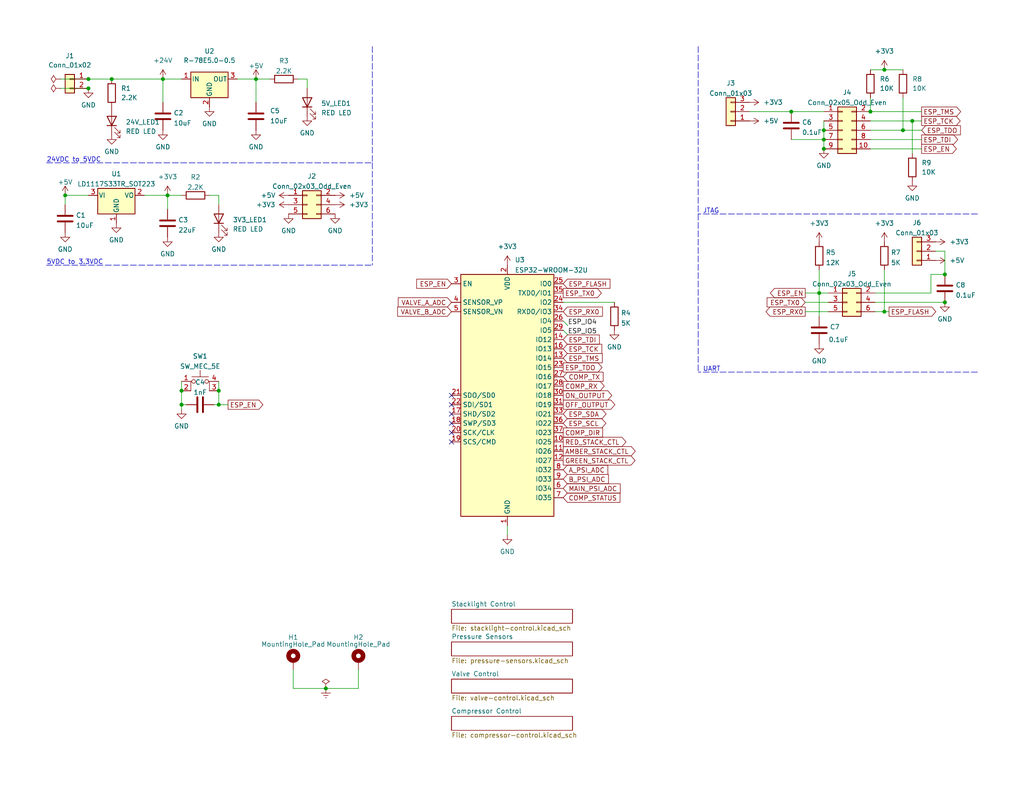
<source format=kicad_sch>
(kicad_sch (version 20211123) (generator eeschema)
  (paper "A")
  (title_block (title "ESPHome Air Compressor Controller Board") (date "2022-10-17") (rev "1") (company "i3Detroit"))
  (lib_symbols
    (symbol "Connector_Generic:Conn_01x02" (pin_names (offset 1.016) hide)
      (property "Reference" "J" (at 0 2.54 0))
      (property "Value" "Conn_01x02" (at 0 -5.08 0))
      (symbol "Conn_01x02_1_1"
        (rectangle (start -1.27 -2.413) (end 0 -2.667) (stroke (width 0.1524)))
        (rectangle (start -1.27 0.127) (end 0 -0.127) (stroke (width 0.1524)))
        (rectangle (start -1.27 1.27) (end 1.27 -3.81) (stroke (width 0.254)) (fill (type background)))
        (pin passive line (at -5.08 0 0) (length 3.81) (name "Pin_1") (number "1"))
        (pin passive line (at -5.08 -2.54 0) (length 3.81) (name "Pin_2") (number "2"))
      )
    )
    (symbol "Connector_Generic:Conn_01x03" (pin_names (offset 1.016) hide)
      (property "Reference" "J" (at 0 5.08 0))
      (property "Value" "Conn_01x03" (at 0 -5.08 0))
      (symbol "Conn_01x03_1_1"
        (rectangle (start -1.27 -2.413) (end 0 -2.667) (stroke (width 0.1524)))
        (rectangle (start -1.27 0.127) (end 0 -0.127) (stroke (width 0.1524)))
        (rectangle (start -1.27 2.667) (end 0 2.413) (stroke (width 0.1524)))
        (rectangle (start -1.27 3.81) (end 1.27 -3.81) (stroke (width 0.254)) (fill (type background)))
        (pin passive line (at -5.08 2.54 0) (length 3.81) (name "Pin_1") (number "1"))
        (pin passive line (at -5.08 0 0) (length 3.81) (name "Pin_2") (number "2"))
        (pin passive line (at -5.08 -2.54 0) (length 3.81) (name "Pin_3") (number "3"))
      )
    )
    (symbol "Connector_Generic:Conn_02x03_Odd_Even" (pin_names (offset 1.016) hide)
      (property "Reference" "J" (at 1.27 5.08 0))
      (property "Value" "Conn_02x03_Odd_Even" (at 1.27 -5.08 0))
      (symbol "Conn_02x03_Odd_Even_1_1"
        (rectangle (start -1.27 -2.413) (end 0 -2.667) (stroke (width 0.1524)))
        (rectangle (start -1.27 0.127) (end 0 -0.127) (stroke (width 0.1524)))
        (rectangle (start -1.27 2.667) (end 0 2.413) (stroke (width 0.1524)))
        (rectangle (start -1.27 3.81) (end 3.81 -3.81) (stroke (width 0.254)) (fill (type background)))
        (rectangle (start 3.81 -2.413) (end 2.54 -2.667) (stroke (width 0.1524)))
        (rectangle (start 3.81 0.127) (end 2.54 -0.127) (stroke (width 0.1524)))
        (rectangle (start 3.81 2.667) (end 2.54 2.413) (stroke (width 0.1524)))
        (pin passive line (at -5.08 2.54 0) (length 3.81) (name "Pin_1") (number "1"))
        (pin passive line (at 7.62 2.54 180) (length 3.81) (name "Pin_2") (number "2"))
        (pin passive line (at -5.08 0 0) (length 3.81) (name "Pin_3") (number "3"))
        (pin passive line (at 7.62 0 180) (length 3.81) (name "Pin_4") (number "4"))
        (pin passive line (at -5.08 -2.54 0) (length 3.81) (name "Pin_5") (number "5"))
        (pin passive line (at 7.62 -2.54 180) (length 3.81) (name "Pin_6") (number "6"))
      )
    )
    (symbol "Connector_Generic:Conn_02x05_Odd_Even" (pin_names (offset 1.016) hide)
      (property "Reference" "J" (at 1.27 7.62 0))
      (property "Value" "Conn_02x05_Odd_Even" (at 1.27 -7.62 0))
      (symbol "Conn_02x05_Odd_Even_1_1"
        (rectangle (start -1.27 -4.953) (end 0 -5.207) (stroke (width 0.1524)))
        (rectangle (start -1.27 -2.413) (end 0 -2.667) (stroke (width 0.1524)))
        (rectangle (start -1.27 0.127) (end 0 -0.127) (stroke (width 0.1524)))
        (rectangle (start -1.27 2.667) (end 0 2.413) (stroke (width 0.1524)))
        (rectangle (start -1.27 5.207) (end 0 4.953) (stroke (width 0.1524)))
        (rectangle (start -1.27 6.35) (end 3.81 -6.35) (stroke (width 0.254)) (fill (type background)))
        (rectangle (start 3.81 -4.953) (end 2.54 -5.207) (stroke (width 0.1524)))
        (rectangle (start 3.81 -2.413) (end 2.54 -2.667) (stroke (width 0.1524)))
        (rectangle (start 3.81 0.127) (end 2.54 -0.127) (stroke (width 0.1524)))
        (rectangle (start 3.81 2.667) (end 2.54 2.413) (stroke (width 0.1524)))
        (rectangle (start 3.81 5.207) (end 2.54 4.953) (stroke (width 0.1524)))
        (pin passive line (at -5.08 5.08 0) (length 3.81) (name "Pin_1") (number "1"))
        (pin passive line (at 7.62 -5.08 180) (length 3.81) (name "Pin_10") (number "10"))
        (pin passive line (at 7.62 5.08 180) (length 3.81) (name "Pin_2") (number "2"))
        (pin passive line (at -5.08 2.54 0) (length 3.81) (name "Pin_3") (number "3"))
        (pin passive line (at 7.62 2.54 180) (length 3.81) (name "Pin_4") (number "4"))
        (pin passive line (at -5.08 0 0) (length 3.81) (name "Pin_5") (number "5"))
        (pin passive line (at 7.62 0 180) (length 3.81) (name "Pin_6") (number "6"))
        (pin passive line (at -5.08 -2.54 0) (length 3.81) (name "Pin_7") (number "7"))
        (pin passive line (at 7.62 -2.54 180) (length 3.81) (name "Pin_8") (number "8"))
        (pin passive line (at -5.08 -5.08 0) (length 3.81) (name "Pin_9") (number "9"))
      )
    )
    (symbol "Device:C" (pin_numbers hide) (pin_names (offset 0.254))
      (property "Reference" "C" (at 0.635 2.54 0))
      (property "Value" "C" (at 0.635 -2.54 0))
      (symbol "C_0_1"
        (polyline (pts (xy -2.032 -0.762) (xy 2.032 -0.762)) (stroke (width 0.508)))
        (polyline (pts (xy -2.032 0.762) (xy 2.032 0.762)) (stroke (width 0.508)))
      )
      (symbol "C_1_1"
        (pin passive line (at 0 3.81 270) (length 2.794) (name "~") (number "1"))
        (pin passive line (at 0 -3.81 90) (length 2.794) (name "~") (number "2"))
      )
    )
    (symbol "Device:LED" (pin_numbers hide) (pin_names (offset 1.016) hide)
      (property "Reference" "D" (at 0 2.54 0))
      (property "Value" "LED" (at 0 -2.54 0))
      (symbol "LED_0_1"
        (polyline (pts (xy -1.27 -1.27) (xy -1.27 1.27)) (stroke (width 0.254)))
        (polyline (pts (xy -1.27 0) (xy 1.27 0)))
        (polyline (pts (xy 1.27 -1.27) (xy 1.27 1.27) (xy -1.27 0) (xy 1.27 -1.27)) (stroke (width 0.254)))
        (polyline (pts (xy -3.048 -0.762) (xy -4.572 -2.286) (xy -3.81 -2.286) (xy -4.572 -2.286) (xy -4.572 -1.524)))
        (polyline (pts (xy -1.778 -0.762) (xy -3.302 -2.286) (xy -2.54 -2.286) (xy -3.302 -2.286) (xy -3.302 -1.524)))
      )
      (symbol "LED_1_1"
        (pin passive line (at -3.81 0 0) (length 2.54) (name "K") (number "1"))
        (pin passive line (at 3.81 0 180) (length 2.54) (name "A") (number "2"))
      )
    )
    (symbol "Device:R" (pin_numbers hide) (pin_names (offset 0))
      (property "Reference" "R" (at 2.032 0 90))
      (property "Value" "R" (at 0 0 90))
      (symbol "R_0_1"
        (rectangle (start -1.016 -2.54) (end 1.016 2.54) (stroke (width 0.254)))
      )
      (symbol "R_1_1"
        (pin passive line (at 0 3.81 270) (length 1.27) (name "~") (number "1"))
        (pin passive line (at 0 -3.81 90) (length 1.27) (name "~") (number "2"))
      )
    )
    (symbol "Mechanical:MountingHole_Pad" (pin_numbers hide) (pin_names (offset 1.016) hide)
      (property "Reference" "H" (at 0 6.35 0))
      (property "Value" "MountingHole_Pad" (at 0 4.445 0))
      (symbol "MountingHole_Pad_0_1"
        (circle (center 0 1.27) (radius 1.27) (stroke (width 1.27)))
      )
      (symbol "MountingHole_Pad_1_1"
        (pin input line (at 0 -2.54 90) (length 2.54) (name "1") (number "1"))
      )
    )
    (symbol "RF_Module:ESP32-WROOM-32U"
      (property "Reference" "U" (at -12.7 34.29 0))
      (property "Value" "ESP32-WROOM-32U" (at 1.27 34.29 0))
      (symbol "ESP32-WROOM-32U_0_1"
        (rectangle (start -12.7 33.02) (end 12.7 -33.02) (stroke (width 0.254)) (fill (type background)))
      )
      (symbol "ESP32-WROOM-32U_1_1"
        (pin power_in line (at 0 -35.56 90) (length 2.54) (name "GND") (number "1"))
        (pin bidirectional line (at 15.24 -12.7 180) (length 2.54) (name "IO25") (number "10"))
        (pin bidirectional line (at 15.24 -15.24 180) (length 2.54) (name "IO26") (number "11"))
        (pin bidirectional line (at 15.24 -17.78 180) (length 2.54) (name "IO27") (number "12"))
        (pin bidirectional line (at 15.24 10.16 180) (length 2.54) (name "IO14") (number "13"))
        (pin bidirectional line (at 15.24 15.24 180) (length 2.54) (name "IO12") (number "14"))
        (pin passive line (at 0 -35.56 90) (length 2.54) hide (name "GND") (number "15"))
        (pin bidirectional line (at 15.24 12.7 180) (length 2.54) (name "IO13") (number "16"))
        (pin bidirectional line (at -15.24 -5.08 0) (length 2.54) (name "SHD/SD2") (number "17"))
        (pin bidirectional line (at -15.24 -7.62 0) (length 2.54) (name "SWP/SD3") (number "18"))
        (pin bidirectional line (at -15.24 -12.7 0) (length 2.54) (name "SCS/CMD") (number "19"))
        (pin power_in line (at 0 35.56 270) (length 2.54) (name "VDD") (number "2"))
        (pin bidirectional line (at -15.24 -10.16 0) (length 2.54) (name "SCK/CLK") (number "20"))
        (pin bidirectional line (at -15.24 0 0) (length 2.54) (name "SDO/SD0") (number "21"))
        (pin bidirectional line (at -15.24 -2.54 0) (length 2.54) (name "SDI/SD1") (number "22"))
        (pin bidirectional line (at 15.24 7.62 180) (length 2.54) (name "IO15") (number "23"))
        (pin bidirectional line (at 15.24 25.4 180) (length 2.54) (name "IO2") (number "24"))
        (pin bidirectional line (at 15.24 30.48 180) (length 2.54) (name "IO0") (number "25"))
        (pin bidirectional line (at 15.24 20.32 180) (length 2.54) (name "IO4") (number "26"))
        (pin bidirectional line (at 15.24 5.08 180) (length 2.54) (name "IO16") (number "27"))
        (pin bidirectional line (at 15.24 2.54 180) (length 2.54) (name "IO17") (number "28"))
        (pin bidirectional line (at 15.24 17.78 180) (length 2.54) (name "IO5") (number "29"))
        (pin input line (at -15.24 30.48 0) (length 2.54) (name "EN") (number "3"))
        (pin bidirectional line (at 15.24 0 180) (length 2.54) (name "IO18") (number "30"))
        (pin bidirectional line (at 15.24 -2.54 180) (length 2.54) (name "IO19") (number "31"))
        (pin no_connect line (at -12.7 -27.94 0) (length 2.54) hide (name "NC") (number "32"))
        (pin bidirectional line (at 15.24 -5.08 180) (length 2.54) (name "IO21") (number "33"))
        (pin bidirectional line (at 15.24 22.86 180) (length 2.54) (name "RXD0/IO3") (number "34"))
        (pin bidirectional line (at 15.24 27.94 180) (length 2.54) (name "TXD0/IO1") (number "35"))
        (pin bidirectional line (at 15.24 -7.62 180) (length 2.54) (name "IO22") (number "36"))
        (pin bidirectional line (at 15.24 -10.16 180) (length 2.54) (name "IO23") (number "37"))
        (pin passive line (at 0 -35.56 90) (length 2.54) hide (name "GND") (number "38"))
        (pin passive line (at 0 -35.56 90) (length 2.54) hide (name "GND") (number "39"))
        (pin input line (at -15.24 25.4 0) (length 2.54) (name "SENSOR_VP") (number "4"))
        (pin input line (at -15.24 22.86 0) (length 2.54) (name "SENSOR_VN") (number "5"))
        (pin input line (at 15.24 -25.4 180) (length 2.54) (name "IO34") (number "6"))
        (pin input line (at 15.24 -27.94 180) (length 2.54) (name "IO35") (number "7"))
        (pin bidirectional line (at 15.24 -20.32 180) (length 2.54) (name "IO32") (number "8"))
        (pin bidirectional line (at 15.24 -22.86 180) (length 2.54) (name "IO33") (number "9"))
      )
    )
    (symbol "Regulator_Linear:LD1117S33TR_SOT223" (pin_names (offset 0.254))
      (property "Reference" "U" (at -3.81 3.175 0))
      (property "Value" "LD1117S33TR_SOT223" (at 0 3.175 0))
      (symbol "LD1117S33TR_SOT223_0_1"
        (rectangle (start -5.08 -5.08) (end 5.08 1.905) (stroke (width 0.254)) (fill (type background)))
      )
      (symbol "LD1117S33TR_SOT223_1_1"
        (pin power_in line (at 0 -7.62 90) (length 2.54) (name "GND") (number "1"))
        (pin power_out line (at 7.62 0 180) (length 2.54) (name "VO") (number "2"))
        (pin power_in line (at -7.62 0 0) (length 2.54) (name "VI") (number "3"))
      )
    )
    (symbol "Regulator_Switching:R-78E5.0-0.5" (pin_names (offset 0.254))
      (property "Reference" "U" (at -3.81 3.175 0))
      (property "Value" "R-78E5.0-0.5" (at 0 3.175 0))
      (symbol "R-78E5.0-0.5_0_1"
        (rectangle (start -5.08 1.905) (end 5.08 -5.08) (stroke (width 0.254)) (fill (type background)))
      )
      (symbol "R-78E5.0-0.5_1_1"
        (pin power_in line (at -7.62 0 0) (length 2.54) (name "IN") (number "1"))
        (pin power_in line (at 0 -7.62 90) (length 2.54) (name "GND") (number "2"))
        (pin power_out line (at 7.62 0 180) (length 2.54) (name "OUT") (number "3"))
      )
    )
    (symbol "Switch:SW_MEC_5E" (pin_names (offset 1.016) hide)
      (property "Reference" "SW" (at 0.635 5.715 0))
      (property "Value" "SW_MEC_5E" (at 0 -3.175 0))
      (symbol "SW_MEC_5E_0_1"
        (circle (center -1.778 2.54) (radius 0.508))
        (polyline (pts (xy -2.286 3.81) (xy 2.286 3.81)))
        (polyline (pts (xy 0 3.81) (xy 0 5.588)))
        (polyline (pts (xy -2.54 0) (xy -2.54 2.54) (xy -2.286 2.54)))
        (polyline (pts (xy 2.54 0) (xy 2.54 2.54) (xy 2.286 2.54)))
        (circle (center 1.778 2.54) (radius 0.508))
        (pin passive line (at -5.08 2.54 0) (length 2.54) (name "1") (number "1"))
        (pin passive line (at -5.08 0 0) (length 2.54) (name "2") (number "2"))
        (pin passive line (at 5.08 0 180) (length 2.54) (name "K") (number "3"))
        (pin passive line (at 5.08 2.54 180) (length 2.54) (name "A") (number "4"))
      )
    )
    (symbol "power:+24V" (power) (pin_names (offset 0))
      (property "Value" "+24V" (at 0 3.556 0))
      (symbol "+24V_0_1"
        (polyline (pts (xy -0.762 1.27) (xy 0 2.54)))
        (polyline (pts (xy 0 0) (xy 0 2.54)))
        (polyline (pts (xy 0 2.54) (xy 0.762 1.27)))
      )
      (symbol "+24V_1_1"
        (pin power_in line (at 0 0 90) (length 0) hide (name "+24V") (number "1"))
      )
    )
    (symbol "power:+3V3" (power) (pin_names (offset 0))
      (property "Value" "+3V3" (at 0 3.556 0))
      (symbol "+3V3_0_1"
        (polyline (pts (xy -0.762 1.27) (xy 0 2.54)))
        (polyline (pts (xy 0 0) (xy 0 2.54)))
        (polyline (pts (xy 0 2.54) (xy 0.762 1.27)))
      )
      (symbol "+3V3_1_1"
        (pin power_in line (at 0 0 90) (length 0) hide (name "+3V3") (number "1"))
      )
    )
    (symbol "power:+5V" (power) (pin_names (offset 0))
      (property "Value" "+5V" (at 0 3.556 0))
      (symbol "+5V_0_1"
        (polyline (pts (xy -0.762 1.27) (xy 0 2.54)))
        (polyline (pts (xy 0 0) (xy 0 2.54)))
        (polyline (pts (xy 0 2.54) (xy 0.762 1.27)))
      )
      (symbol "+5V_1_1"
        (pin power_in line (at 0 0 90) (length 0) hide (name "+5V") (number "1"))
      )
    )
    (symbol "power:Earth" (power) (pin_names (offset 0))
      (symbol "Earth_0_1"
        (polyline (pts (xy -0.635 -1.905) (xy 0.635 -1.905)))
        (polyline (pts (xy -0.127 -2.54) (xy 0.127 -2.54)))
        (polyline (pts (xy 0 -1.27) (xy 0 0)))
        (polyline (pts (xy 1.27 -1.27) (xy -1.27 -1.27)))
      )
      (symbol "Earth_1_1"
        (pin power_in line (at 0 0 270) (length 0) hide (name "Earth") (number "1"))
      )
    )
    (symbol "power:GND" (power) (pin_names (offset 0))
      (property "Value" "GND" (at 0 -3.81 0))
      (symbol "GND_0_1"
        (polyline (pts (xy 0 0) (xy 0 -1.27) (xy 1.27 -1.27) (xy 0 -2.54) (xy -1.27 -1.27) (xy 0 -1.27)))
      )
      (symbol "GND_1_1"
        (pin power_in line (at 0 0 270) (length 0) hide (name "GND") (number "1"))
      )
    )
    (symbol "power:PWR_FLAG" (power) (pin_numbers hide) (pin_names (offset 0) hide)
      (property "Value" "PWR_FLAG" (at 0 3.81 0))
      (symbol "PWR_FLAG_0_0"
        (pin power_out line (at 0 0 90) (length 0) (name "pwr") (number "1"))
      )
      (symbol "PWR_FLAG_0_1"
        (polyline (pts (xy 0 0) (xy 0 1.27) (xy -1.016 1.905) (xy 0 2.54) (xy 1.016 1.905) (xy 0 1.27)))
      )
    )
  )
  (junction (at 59.69 106.68))
  (junction (at 88.9 187.96))
  (junction (at 215.9 30.48))
  (junction (at 248.92 33.02))
  (junction (at 44.45 21.59))
  (junction (at 224.79 35.56))
  (junction (at 45.72 53.34))
  (junction (at 59.69 110.49))
  (junction (at 224.79 38.1))
  (junction (at 246.38 35.56))
  (junction (at 224.79 40.64))
  (junction (at 24.13 21.59))
  (junction (at 24.13 24.13))
  (junction (at 69.85 21.59))
  (junction (at 49.53 110.49))
  (junction (at 257.81 74.93))
  (junction (at 30.48 21.59))
  (junction (at 237.49 30.48))
  (junction (at 223.52 80.01))
  (junction (at 49.53 106.68))
  (junction (at 241.3 85.09))
  (junction (at 241.3 19.05))
  (junction (at 17.78 53.34))
  (junction (at 257.81 82.55))
  (no_connect (at 123.19 113.03))
  (no_connect (at 123.19 118.11))
  (no_connect (at 123.19 120.65))
  (no_connect (at 123.19 115.57))
  (no_connect (at 123.19 110.49))
  (no_connect (at 123.19 107.95))
  (wire (pts (xy 241.3 19.05) (xy 246.38 19.05)))
  (wire (pts (xy 88.9 187.96) (xy 97.79 187.96)))
  (wire (pts (xy 154.94 91.44) (xy 153.67 90.17)))
  (polyline (pts (xy 190.5 12.7) (xy 190.5 58.42)))
  (wire (pts (xy 49.53 110.49) (xy 50.8 110.49)))
  (wire (pts (xy 219.71 80.01) (xy 223.52 80.01)))
  (wire (pts (xy 58.42 110.49) (xy 59.69 110.49)))
  (wire (pts (xy 17.78 53.34) (xy 17.78 55.88)))
  (wire (pts (xy 24.13 21.59) (xy 30.48 21.59)))
  (wire (pts (xy 219.71 85.09) (xy 226.06 85.09)))
  (wire (pts (xy 49.53 110.49) (xy 49.53 111.76)))
  (polyline (pts (xy 12.7 44.45) (xy 101.6 44.45)))
  (wire (pts (xy 138.43 143.51) (xy 138.43 146.05)))
  (wire (pts (xy 69.85 21.59) (xy 64.77 21.59)))
  (wire (pts (xy 248.92 41.91) (xy 248.92 33.02)))
  (wire (pts (xy 30.48 21.59) (xy 44.45 21.59)))
  (wire (pts (xy 238.76 82.55) (xy 257.81 82.55)))
  (wire (pts (xy 24.13 53.34) (xy 17.78 53.34)))
  (wire (pts (xy 237.49 30.48) (xy 237.49 26.67)))
  (wire (pts (xy 83.82 24.13) (xy 83.82 21.59)))
  (wire (pts (xy 241.3 73.66) (xy 241.3 85.09)))
  (wire (pts (xy 248.92 33.02) (xy 251.46 33.02)))
  (wire (pts (xy 238.76 80.01) (xy 254 80.01)))
  (wire (pts (xy 223.52 86.36) (xy 223.52 80.01)))
  (wire (pts (xy 49.53 104.14) (xy 49.53 106.68)))
  (wire (pts (xy 224.79 38.1) (xy 224.79 40.64)))
  (wire (pts (xy 59.69 53.34) (xy 57.15 53.34)))
  (wire (pts (xy 59.69 104.14) (xy 59.69 106.68)))
  (wire (pts (xy 237.49 38.1) (xy 251.46 38.1)))
  (wire (pts (xy 73.66 21.59) (xy 69.85 21.59)))
  (wire (pts (xy 69.85 27.94) (xy 69.85 21.59)))
  (wire (pts (xy 246.38 35.56) (xy 246.38 26.67)))
  (wire (pts (xy 237.49 30.48) (xy 251.46 30.48)))
  (polyline (pts (xy 190.5 58.42) (xy 190.5 101.6)))
  (wire (pts (xy 224.79 33.02) (xy 224.79 35.56)))
  (wire (pts (xy 215.9 30.48) (xy 224.79 30.48)))
  (wire (pts (xy 49.53 53.34) (xy 45.72 53.34)))
  (wire (pts (xy 219.71 82.55) (xy 226.06 82.55)))
  (wire (pts (xy 49.53 106.68) (xy 49.53 110.49)))
  (polyline (pts (xy 266.7 58.42) (xy 190.5 58.42)))
  (wire (pts (xy 154.94 88.9) (xy 153.67 87.63)))
  (wire (pts (xy 251.46 40.64) (xy 237.49 40.64)))
  (wire (pts (xy 59.69 110.49) (xy 59.69 106.68)))
  (polyline (pts (xy 101.6 12.7) (xy 101.6 44.45)))
  (wire (pts (xy 97.79 182.88) (xy 97.79 187.96)))
  (wire (pts (xy 44.45 21.59) (xy 49.53 21.59)))
  (polyline (pts (xy 101.6 44.45) (xy 101.6 72.39)))
  (wire (pts (xy 254 80.01) (xy 254 74.93)))
  (wire (pts (xy 83.82 21.59) (xy 81.28 21.59)))
  (wire (pts (xy 153.67 82.55) (xy 167.64 82.55)))
  (wire (pts (xy 16.51 21.59) (xy 24.13 21.59)))
  (wire (pts (xy 215.9 38.1) (xy 224.79 38.1)))
  (wire (pts (xy 204.47 30.48) (xy 215.9 30.48)))
  (wire (pts (xy 223.52 80.01) (xy 226.06 80.01)))
  (wire (pts (xy 246.38 35.56) (xy 251.46 35.56)))
  (wire (pts (xy 254 74.93) (xy 257.81 74.93)))
  (polyline (pts (xy 12.7 72.39) (xy 101.6 72.39)))
  (wire (pts (xy 241.3 85.09) (xy 242.57 85.09)))
  (wire (pts (xy 44.45 27.94) (xy 44.45 21.59)))
  (wire (pts (xy 224.79 35.56) (xy 224.79 38.1)))
  (wire (pts (xy 88.9 187.96) (xy 80.01 187.96)))
  (wire (pts (xy 223.52 73.66) (xy 223.52 80.01)))
  (wire (pts (xy 257.81 68.58) (xy 257.81 74.93)))
  (wire (pts (xy 80.01 187.96) (xy 80.01 182.88)))
  (wire (pts (xy 59.69 110.49) (xy 62.23 110.49)))
  (wire (pts (xy 39.37 53.34) (xy 45.72 53.34)))
  (wire (pts (xy 241.3 85.09) (xy 238.76 85.09)))
  (wire (pts (xy 59.69 55.88) (xy 59.69 53.34)))
  (polyline (pts (xy 266.7 101.6) (xy 190.5 101.6)))
  (wire (pts (xy 237.49 33.02) (xy 248.92 33.02)))
  (wire (pts (xy 16.51 24.13) (xy 24.13 24.13)))
  (wire (pts (xy 237.49 19.05) (xy 241.3 19.05)))
  (wire (pts (xy 237.49 35.56) (xy 246.38 35.56)))
  (wire (pts (xy 45.72 53.34) (xy 45.72 57.15)))
  (wire (pts (xy 255.27 68.58) (xy 257.81 68.58)))
  (text "JTAG" (at 191.77 58.42 0) (effects (font (size 1.27 1.27)) (justify left bottom)))
  (text "UART" (at 191.77 101.6 0) (effects (font (size 1.27 1.27)) (justify left bottom)))
  (text "24VDC to 5VDC" (at 12.7 44.45 0) (effects (font (size 1.27 1.27)) (justify left bottom)))
  (text "5VDC to 3.3VDC" (at 12.7 72.39 0) (effects (font (size 1.27 1.27)) (justify left bottom)))
  (label "ESP_IO5" (at 154.94 91.44 0))
  (label "ESP_IO4" (at 154.94 88.9 0))
  (global_label "ESP_TX0" (shape output) (at 153.67 80.01 0) (property "Intersheet References" "${INTERSHEET_REFS}" (at 164.066 79.9306 0) (effects (justify left))))
  (global_label "ON_OUTPUT" (shape output) (at 153.67 107.95 0) (property "Intersheet References" "${INTERSHEET_REFS}" (at 166.9083 107.8706 0) (effects (justify left))))
  (global_label "ESP_TDI" (shape output) (at 251.46 38.1 0) (property "Intersheet References" "${INTERSHEET_REFS}" (at 261.3117 38.0206 0) (effects (justify left))))
  (global_label "ESP_TDI" (shape input) (at 153.67 92.71 0) (property "Intersheet References" "${INTERSHEET_REFS}" (at 163.5217 92.6306 0) (effects (justify left))))
  (global_label "ESP_EN" (shape output) (at 219.71 80.01 180) (property "Intersheet References" "${INTERSHEET_REFS}" (at 210.2212 80.0894 0) (effects (justify right))))
  (global_label "ESP_FLASH" (shape input) (at 153.67 77.47 0) (property "Intersheet References" "${INTERSHEET_REFS}" (at 166.4245 77.3906 0) (effects (justify left))))
  (global_label "ESP_TCK" (shape input) (at 153.67 95.25 0) (property "Intersheet References" "${INTERSHEET_REFS}" (at 164.1869 95.1706 0) (effects (justify left))))
  (global_label "RED_STACK_CTL" (shape output) (at 153.67 120.65 0) (property "Intersheet References" "${INTERSHEET_REFS}" (at 170.7788 120.5706 0) (effects (justify left))))
  (global_label "VALVE_B_ADC" (shape input) (at 123.19 85.09 180) (property "Intersheet References" "${INTERSHEET_REFS}" (at 108.5002 85.0106 0) (effects (justify right))))
  (global_label "ESP_RX0" (shape input) (at 153.67 85.09 0) (property "Intersheet References" "${INTERSHEET_REFS}" (at 164.3683 85.0106 0) (effects (justify left))))
  (global_label "ESP_TCK" (shape output) (at 251.46 33.02 0) (property "Intersheet References" "${INTERSHEET_REFS}" (at 261.9769 32.9406 0) (effects (justify left))))
  (global_label "B_PSI_ADC" (shape input) (at 153.67 130.81 0) (property "Intersheet References" "${INTERSHEET_REFS}" (at 166.0012 130.7306 0) (effects (justify left))))
  (global_label "COMP_STATUS" (shape input) (at 153.67 135.89 0) (property "Intersheet References" "${INTERSHEET_REFS}" (at 169.146 135.8106 0) (effects (justify left))))
  (global_label "COMP_DIR" (shape passive) (at 153.67 118.11 0) (property "Intersheet References" "${INTERSHEET_REFS}" (at 165.5174 118.0306 0) (effects (justify left))))
  (global_label "ESP_EN" (shape output) (at 251.46 40.64 0) (property "Intersheet References" "${INTERSHEET_REFS}" (at 260.9488 40.5606 0) (effects (justify left))))
  (global_label "ESP_TX0" (shape input) (at 219.71 82.55 180) (property "Intersheet References" "${INTERSHEET_REFS}" (at 209.314 82.4706 0) (effects (justify right))))
  (global_label "VALVE_A_ADC" (shape input) (at 123.19 82.55 180) (property "Intersheet References" "${INTERSHEET_REFS}" (at 108.6817 82.4706 0) (effects (justify right))))
  (global_label "ESP_SCL" (shape bidirectional) (at 153.67 115.57 0) (property "Intersheet References" "${INTERSHEET_REFS}" (at 164.1869 115.4906 0) (effects (justify left))))
  (global_label "ESP_RX0" (shape output) (at 219.71 85.09 180) (property "Intersheet References" "${INTERSHEET_REFS}" (at 209.0117 85.0106 0) (effects (justify right))))
  (global_label "A_PSI_ADC" (shape input) (at 153.67 128.27 0) (property "Intersheet References" "${INTERSHEET_REFS}" (at 165.8198 128.1906 0) (effects (justify left))))
  (global_label "MAIN_PSI_ADC" (shape input) (at 153.67 133.35 0) (property "Intersheet References" "${INTERSHEET_REFS}" (at 169.2064 133.2706 0) (effects (justify left))))
  (global_label "ESP_TDO" (shape input) (at 251.46 35.56 0) (property "Intersheet References" "${INTERSHEET_REFS}" (at 262.0374 35.4806 0) (effects (justify left))))
  (global_label "ESP_EN" (shape output) (at 62.23 110.49 0) (property "Intersheet References" "${INTERSHEET_REFS}" (at 71.7188 110.4106 0) (effects (justify left))))
  (global_label "OFF_OUTPUT" (shape output) (at 153.67 110.49 0) (property "Intersheet References" "${INTERSHEET_REFS}" (at 167.755 110.4106 0) (effects (justify left))))
  (global_label "GREEN_STACK_CTL" (shape output) (at 153.67 125.73 0) (property "Intersheet References" "${INTERSHEET_REFS}" (at 173.2583 125.6506 0) (effects (justify left))))
  (global_label "COMP_TX" (shape input) (at 153.67 102.87 0) (property "Intersheet References" "${INTERSHEET_REFS}" (at 164.5498 102.7906 0) (effects (justify left))))
  (global_label "ESP_SDA" (shape bidirectional) (at 153.67 113.03 0) (property "Intersheet References" "${INTERSHEET_REFS}" (at 164.2474 112.9506 0) (effects (justify left))))
  (global_label "ESP_TMS" (shape input) (at 153.67 97.79 0) (property "Intersheet References" "${INTERSHEET_REFS}" (at 164.3079 97.7106 0) (effects (justify left))))
  (global_label "ESP_FLASH" (shape output) (at 242.57 85.09 0) (property "Intersheet References" "${INTERSHEET_REFS}" (at 255.3245 85.0106 0) (effects (justify left))))
  (global_label "COMP_RX" (shape output) (at 153.67 105.41 0) (property "Intersheet References" "${INTERSHEET_REFS}" (at 164.8521 105.3306 0) (effects (justify left))))
  (global_label "ESP_TMS" (shape output) (at 251.46 30.48 0) (property "Intersheet References" "${INTERSHEET_REFS}" (at 262.0979 30.4006 0) (effects (justify left))))
  (global_label "AMBER_STACK_CTL" (shape output) (at 153.67 123.19 0) (property "Intersheet References" "${INTERSHEET_REFS}" (at 173.3188 123.1106 0) (effects (justify left))))
  (global_label "ESP_EN" (shape input) (at 123.19 77.47 180) (property "Intersheet References" "${INTERSHEET_REFS}" (at 113.7012 77.3906 0) (effects (justify right))))
  (global_label "ESP_TDO" (shape output) (at 153.67 100.33 0) (property "Intersheet References" "${INTERSHEET_REFS}" (at 164.2474 100.2506 0) (effects (justify left))))
  (symbol (lib_id "power:GND") (at 44.45 35.56 0) (unit 1)
    (property "Reference" "#PWR07" (effects hide))
    (property "Value" "GND" (at 44.45 40.1225 0))
  )
  (symbol (lib_id "power:PWR_FLAG") (at 88.9 187.96 0) (unit 1)
    (property "Reference" "#FLG0103" (effects hide))
    (property "Value" "PWR_FLAG" (effects hide))
  )
  (symbol (lib_id "Connector_Generic:Conn_01x03") (at 199.39 30.48 180) (unit 1)
    (property "Reference" "J3" (at 199.39 22.7035 0))
    (property "Value" "Conn_01x03" (at 199.39 25.4786 0))
    (property "Footprint" "Connector_PinHeader_2.54mm:PinHeader_1x03_P2.54mm_Vertical" (effects hide))
  )
  (symbol (lib_id "power:GND") (at 17.78 63.5 0) (unit 1)
    (property "Reference" "#PWR02" (effects hide))
    (property "Value" "GND" (at 17.78 68.0625 0))
  )
  (symbol (lib_id "Connector_Generic:Conn_01x03") (at 250.19 68.58 180) (unit 1)
    (property "Reference" "J6" (at 250.19 60.8035 0))
    (property "Value" "Conn_01x03" (at 250.19 63.5786 0))
    (property "Footprint" "Connector_PinHeader_2.54mm:PinHeader_1x03_P2.54mm_Vertical" (effects hide))
  )
  (symbol (lib_id "Device:LED") (at 30.48 33.02 90) (unit 1)
    (property "Reference" "24V_LED1" (at 34.29 33.3374 90) (effects (justify right)))
    (property "Value" "RED LED" (at 34.29 35.8774 90) (effects (justify right)))
    (property "Footprint" "LED_SMD:LED_0603_1608Metric" (effects hide))
  )
  (symbol (lib_id "power:GND") (at 24.13 24.13 0) (unit 1)
    (property "Reference" "#PWR03" (effects hide))
    (property "Value" "GND" (at 24.13 28.6925 0))
  )
  (symbol (lib_id "power:PWR_FLAG") (at 16.51 24.13 90) (unit 1)
    (property "Reference" "#FLG0101" (effects hide))
    (property "Value" "PWR_FLAG" (effects hide))
  )
  (symbol (lib_id "power:+5V") (at 78.74 53.34 90) (unit 1)
    (property "Reference" "#PWR015" (effects hide))
    (property "Value" "+5V" (at 71.12 53.34 90) (effects (justify right)))
  )
  (symbol (lib_id "power:Earth") (at 88.9 187.96 0) (unit 1)
    (property "Reference" "#PWR019" (effects hide))
    (property "Value" "Earth" (effects hide))
  )
  (symbol (lib_id "power:GND") (at 223.52 93.98 0) (unit 1)
    (property "Reference" "#PWR029" (effects hide))
    (property "Value" "GND" (at 223.52 98.5425 0))
  )
  (symbol (lib_id "Device:C") (at 223.52 90.17 0) (unit 1)
    (property "Reference" "C7" (at 226.441 89.2615 0) (effects (justify left)))
    (property "Value" "0.1uF" (at 226.06 92.71 0) (effects (justify left)))
    (property "Footprint" "Capacitor_SMD:C_0603_1608Metric" (effects hide))
  )
  (symbol (lib_id "power:+3V3") (at 91.44 55.88 270) (unit 1)
    (property "Reference" "#PWR021" (effects hide))
    (property "Value" "+3V3" (at 95.25 55.8799 90) (effects (justify left)))
  )
  (symbol (lib_id "Device:R") (at 53.34 53.34 90) (unit 1)
    (property "Reference" "R2" (at 53.34 48.3575 90))
    (property "Value" "2.2K" (at 53.34 51.1326 90))
    (property "Footprint" "Resistor_SMD:R_0603_1608Metric" (effects hide))
  )
  (symbol (lib_id "power:+5V") (at 204.47 33.02 270) (unit 1)
    (property "Reference" "#PWR027" (effects hide))
    (property "Value" "+5V" (at 208.28 33.0199 90) (effects (justify left)))
  )
  (symbol (lib_id "power:GND") (at 78.74 58.42 0) (unit 1)
    (property "Reference" "#PWR017" (effects hide))
    (property "Value" "GND" (at 78.74 62.9825 0))
  )
  (symbol (lib_id "Mechanical:MountingHole_Pad") (at 80.01 180.34 0) (unit 1)
    (property "Reference" "H1" (at 80.01 173.99 0))
    (property "Value" "MountingHole_Pad" (at 80.01 175.895 0))
    (property "Footprint" "MountingHole:MountingHole_3.2mm_M3" (effects hide))
  )
  (symbol (lib_id "power:+5V") (at 91.44 53.34 270) (unit 1)
    (property "Reference" "#PWR020" (effects hide))
    (property "Value" "+5V" (at 95.25 53.3399 90) (effects (justify left)))
  )
  (symbol (lib_id "power:+5V") (at 17.78 53.34 0) (unit 1)
    (property "Reference" "#PWR01" (effects hide))
    (property "Value" "+5V" (at 17.78 49.7355 0))
  )
  (symbol (lib_id "Connector_Generic:Conn_02x03_Odd_Even") (at 83.82 55.88 0) (unit 1)
    (property "Reference" "J2" (at 85.09 48.1035 0))
    (property "Value" "Conn_02x03_Odd_Even" (at 85.09 50.8786 0))
    (property "Footprint" "Connector_PinHeader_2.54mm:PinHeader_2x03_P2.54mm_Vertical" (effects hide))
  )
  (symbol (lib_id "Connector_Generic:Conn_02x05_Odd_Even") (at 229.87 35.56 0) (unit 1)
    (property "Reference" "J4" (at 231.14 25.2435 0))
    (property "Value" "Conn_02x05_Odd_Even" (at 231.14 28.0186 0))
    (property "Footprint" "Connector_IDC:IDC-Header_2x05_P2.54mm_Vertical" (effects hide))
  )
  (symbol (lib_id "power:+3V3") (at 241.3 66.04 0) (unit 1)
    (property "Reference" "#PWR032" (effects hide))
    (property "Value" "+3V3" (at 241.3 60.96 0))
  )
  (symbol (lib_id "Connector_Generic:Conn_02x03_Odd_Even") (at 231.14 82.55 0) (unit 1)
    (property "Reference" "J5" (at 232.41 74.7735 0))
    (property "Value" "Conn_02x03_Odd_Even" (at 232.41 77.5486 0))
    (property "Footprint" "Connector_IDC:IDC-Header_2x03_P2.54mm_Vertical" (effects hide))
  )
  (symbol (lib_id "Device:C") (at 215.9 34.29 0) (unit 1)
    (property "Reference" "C6" (at 218.821 33.3815 0) (effects (justify left)))
    (property "Value" "0.1uF" (at 218.821 36.1566 0) (effects (justify left)))
    (property "Footprint" "Capacitor_SMD:C_0603_1608Metric" (effects hide))
  )
  (symbol (lib_id "power:GND") (at 91.44 58.42 0) (unit 1)
    (property "Reference" "#PWR022" (effects hide))
    (property "Value" "GND" (at 91.44 62.9825 0))
  )
  (symbol (lib_id "Device:C") (at 54.61 110.49 90) (unit 1)
    (property "Reference" "C4" (at 54.61 104.3645 90))
    (property "Value" "1nF" (at 54.61 107.1396 90))
    (property "Footprint" "Capacitor_SMD:C_0603_1608Metric" (effects hide))
  )
  (symbol (lib_id "Device:R") (at 248.92 45.72 0) (unit 1)
    (property "Reference" "R9" (at 251.46 44.4499 0) (effects (justify left)))
    (property "Value" "10K" (at 251.46 46.9899 0) (effects (justify left)))
    (property "Footprint" "Resistor_SMD:R_0603_1608Metric" (effects hide))
  )
  (symbol (lib_id "power:GND") (at 83.82 31.75 0) (unit 1)
    (property "Reference" "#PWR018" (effects hide))
    (property "Value" "GND" (at 83.82 36.3125 0))
  )
  (symbol (lib_id "Device:LED") (at 59.69 59.69 90) (unit 1)
    (property "Reference" "3V3_LED1" (at 63.5 60.0074 90) (effects (justify right)))
    (property "Value" "RED LED" (at 63.5 62.5474 90) (effects (justify right)))
    (property "Footprint" "LED_SMD:LED_0603_1608Metric" (effects hide))
  )
  (symbol (lib_id "power:+3V3") (at 255.27 66.04 270) (unit 1)
    (property "Reference" "#PWR034" (effects hide))
    (property "Value" "+3V3" (at 259.08 66.0399 90) (effects (justify left)))
  )
  (symbol (lib_id "Device:C") (at 69.85 31.75 0) (unit 1)
    (property "Reference" "C5" (at 73.66 30.2449 0) (effects (justify left)))
    (property "Value" "10uF" (at 73.66 33.02 0) (effects (justify left)))
    (property "Footprint" "Capacitor_THT:CP_Radial_D5.0mm_P2.00mm" (effects hide))
  )
  (symbol (lib_id "Device:R") (at 241.3 69.85 0) (unit 1)
    (property "Reference" "R7" (at 243.078 68.9415 0) (effects (justify left)))
    (property "Value" "5K" (at 243.078 71.7166 0) (effects (justify left)))
    (property "Footprint" "Resistor_SMD:R_0603_1608Metric" (effects hide))
  )
  (symbol (lib_id "Device:C") (at 17.78 59.69 0) (unit 1)
    (property "Reference" "C1" (at 20.701 58.7815 0) (effects (justify left)))
    (property "Value" "10uF" (at 20.701 61.5566 0) (effects (justify left)))
    (property "Footprint" "Capacitor_THT:CP_Radial_D5.0mm_P2.00mm" (effects hide))
  )
  (symbol (lib_id "RF_Module:ESP32-WROOM-32U") (at 138.43 107.95 0) (unit 1)
    (property "Reference" "U3" (at 140.4494 70.9635 0) (effects (justify left)))
    (property "Value" "ESP32-WROOM-32U" (at 140.4494 73.7386 0) (effects (justify left)))
    (property "Footprint" "RF_Module:ESP32-WROOM-32U" (effects hide))
    (property "Datasheet" "https://www.espressif.com/sites/default/files/documentation/esp32-wroom-32d_esp32-wroom-32u_datasheet_en.pdf" (effects hide))
  )
  (symbol (lib_id "power:GND") (at 49.53 111.76 0) (unit 1)
    (property "Reference" "#PWR010" (effects hide))
    (property "Value" "GND" (at 49.53 116.3225 0))
  )
  (symbol (lib_id "power:GND") (at 30.48 36.83 0) (unit 1)
    (property "Reference" "#PWR04" (effects hide))
    (property "Value" "GND" (at 30.48 41.3925 0))
  )
  (symbol (lib_id "power:+24V") (at 44.45 21.59 0) (unit 1)
    (property "Reference" "#PWR06" (effects hide))
    (property "Value" "+24V" (at 44.45 16.51 0))
  )
  (symbol (lib_id "power:GND") (at 224.79 40.64 0) (unit 1)
    (property "Reference" "#PWR030" (effects hide))
    (property "Value" "GND" (at 224.79 45.2025 0))
  )
  (symbol (lib_id "Device:R") (at 223.52 69.85 0) (unit 1)
    (property "Reference" "R5" (at 225.298 68.9415 0) (effects (justify left)))
    (property "Value" "12K" (at 225.298 71.7166 0) (effects (justify left)))
    (property "Footprint" "Resistor_SMD:R_0603_1608Metric" (effects hide))
  )
  (symbol (lib_id "power:GND") (at 248.92 49.53 0) (unit 1)
    (property "Reference" "#PWR033" (effects hide))
    (property "Value" "GND" (at 248.92 54.0925 0))
  )
  (symbol (lib_id "power:+3V3") (at 204.47 27.94 270) (unit 1)
    (property "Reference" "#PWR026" (effects hide))
    (property "Value" "+3V3" (at 208.28 27.9399 90) (effects (justify left)))
  )
  (symbol (lib_id "power:+3V3") (at 138.43 72.39 0) (unit 1)
    (property "Reference" "#PWR023" (effects hide))
    (property "Value" "+3V3" (at 138.43 67.31 0))
  )
  (symbol (lib_id "power:GND") (at 138.43 146.05 0) (unit 1)
    (property "Reference" "#PWR024" (effects hide))
    (property "Value" "GND" (at 138.43 150.6125 0))
  )
  (symbol (lib_id "power:GND") (at 257.81 82.55 0) (unit 1)
    (property "Reference" "#PWR036" (effects hide))
    (property "Value" "GND" (at 257.81 87.1125 0))
  )
  (symbol (lib_id "Regulator_Switching:R-78E5.0-0.5") (at 57.15 21.59 0) (unit 1)
    (property "Reference" "U2" (at 57.15 13.97 0))
    (property "Value" "R-78E5.0-0.5" (at 57.15 16.51 0))
    (property "Footprint" "Converter_DCDC:Converter_DCDC_RECOM_R-78E-0.5_THT" (effects hide))
    (property "Datasheet" "https://www.recom-power.com/pdf/Innoline/R-78Exx-0.5.pdf" (effects hide))
  )
  (symbol (lib_id "Device:R") (at 167.64 86.36 0) (unit 1)
    (property "Reference" "R4" (at 169.418 85.4515 0) (effects (justify left)))
    (property "Value" "5K" (at 169.418 88.2266 0) (effects (justify left)))
    (property "Footprint" "Resistor_SMD:R_0603_1608Metric" (effects hide))
  )
  (symbol (lib_id "power:+3V3") (at 241.3 19.05 0) (unit 1)
    (property "Reference" "#PWR031" (effects hide))
    (property "Value" "+3V3" (at 241.3 13.97 0))
  )
  (symbol (lib_id "Device:R") (at 237.49 22.86 180) (unit 1)
    (property "Reference" "R6" (at 240.03 21.5899 0) (effects (justify right)))
    (property "Value" "10K" (at 240.03 24.1299 0) (effects (justify right)))
    (property "Footprint" "Resistor_SMD:R_0603_1608Metric" (effects hide))
  )
  (symbol (lib_id "power:GND") (at 69.85 35.56 0) (unit 1)
    (property "Reference" "#PWR014" (effects hide))
    (property "Value" "GND" (at 69.85 40.1225 0))
  )
  (symbol (lib_id "power:+3V3") (at 223.52 66.04 0) (unit 1)
    (property "Reference" "#PWR028" (effects hide))
    (property "Value" "+3V3" (at 223.52 60.96 0))
  )
  (symbol (lib_id "Switch:SW_MEC_5E") (at 54.61 106.68 0) (unit 1)
    (property "Reference" "SW1" (at 54.61 97.2525 0))
    (property "Value" "SW_MEC_5E" (at 54.61 100.0276 0))
    (property "Footprint" "Button_Switch_THT:SW_TH_Tactile_Omron_B3F-10xx" (effects hide))
    (property "Datasheet" "http://www.apem.com/int/index.php?controller=attachment&id_attachment=1371" (effects hide))
  )
  (symbol (lib_id "power:+3V3") (at 78.74 55.88 90) (unit 1)
    (property "Reference" "#PWR016" (effects hide))
    (property "Value" "+3V3" (at 69.85 55.88 90) (effects (justify right)))
  )
  (symbol (lib_id "Connector_Generic:Conn_01x02") (at 19.05 21.59 0) (mirror y) (unit 1)
    (property "Reference" "J1" (at 19.05 15.24 0))
    (property "Value" "Conn_01x02" (at 19.05 17.78 0))
    (property "Footprint" "TerminalBlock_WAGO:TerminalBlock_WAGO_236-402_1x02_P5.00mm_45Degree" (effects hide))
  )
  (symbol (lib_id "power:GND") (at 59.69 63.5 0) (unit 1)
    (property "Reference" "#PWR012" (effects hide))
    (property "Value" "GND" (at 59.69 68.0625 0))
  )
  (symbol (lib_id "Device:R") (at 246.38 22.86 180) (unit 1)
    (property "Reference" "R8" (at 248.92 21.5899 0) (effects (justify right)))
    (property "Value" "10K" (at 248.92 24.1299 0) (effects (justify right)))
    (property "Footprint" "Resistor_SMD:R_0603_1608Metric" (effects hide))
  )
  (symbol (lib_id "power:GND") (at 45.72 64.77 0) (unit 1)
    (property "Reference" "#PWR09" (effects hide))
    (property "Value" "GND" (at 45.72 69.3325 0))
  )
  (symbol (lib_id "power:GND") (at 167.64 90.17 0) (unit 1)
    (property "Reference" "#PWR025" (effects hide))
    (property "Value" "GND" (at 167.64 94.7325 0))
  )
  (symbol (lib_id "Device:C") (at 45.72 60.96 0) (unit 1)
    (property "Reference" "C3" (at 48.641 60.0515 0) (effects (justify left)))
    (property "Value" "22uF" (at 48.641 62.8266 0) (effects (justify left)))
    (property "Footprint" "Capacitor_THT:CP_Radial_D5.0mm_P2.00mm" (effects hide))
  )
  (symbol (lib_id "Device:C") (at 257.81 78.74 0) (unit 1)
    (property "Reference" "C8" (at 260.731 77.8315 0) (effects (justify left)))
    (property "Value" "0.1uF" (at 260.731 80.6066 0) (effects (justify left)))
    (property "Footprint" "Capacitor_SMD:C_0603_1608Metric" (effects hide))
  )
  (symbol (lib_id "power:+5V") (at 69.85 21.59 0) (unit 1)
    (property "Reference" "#PWR013" (effects hide))
    (property "Value" "+5V" (at 69.85 17.9855 0))
  )
  (symbol (lib_id "Mechanical:MountingHole_Pad") (at 97.79 180.34 0) (unit 1)
    (property "Reference" "H2" (at 97.79 173.99 0))
    (property "Value" "MountingHole_Pad" (at 97.79 175.895 0))
    (property "Footprint" "MountingHole:MountingHole_3.2mm_M3" (effects hide))
  )
  (symbol (lib_id "Regulator_Linear:LD1117S33TR_SOT223") (at 31.75 53.34 0) (unit 1)
    (property "Reference" "U1" (at 31.75 47.4685 0))
    (property "Value" "LD1117S33TR_SOT223" (at 31.75 50.2436 0))
    (property "Footprint" "Package_TO_SOT_SMD:SOT-223-3_TabPin2" (effects hide))
    (property "Datasheet" "http://www.st.com/st-web-ui/static/active/en/resource/technical/document/datasheet/CD00000544.pdf" (effects hide))
  )
  (symbol (lib_id "Device:LED") (at 83.82 27.94 90) (unit 1)
    (property "Reference" "5V_LED1" (at 87.63 28.2574 90) (effects (justify right)))
    (property "Value" "RED LED" (at 87.63 30.7974 90) (effects (justify right)))
    (property "Footprint" "LED_SMD:LED_0603_1608Metric" (effects hide))
  )
  (symbol (lib_id "Device:C") (at 44.45 31.75 0) (unit 1)
    (property "Reference" "C2" (at 47.371 30.8415 0) (effects (justify left)))
    (property "Value" "10uF" (at 47.371 33.6166 0) (effects (justify left)))
    (property "Footprint" "Capacitor_THT:CP_Radial_D5.0mm_P2.00mm" (effects hide))
  )
  (symbol (lib_id "power:GND") (at 57.15 29.21 0) (unit 1)
    (property "Reference" "#PWR011" (effects hide))
    (property "Value" "GND" (at 57.15 33.7725 0))
  )
  (symbol (lib_id "power:+3V3") (at 45.72 53.34 0) (unit 1)
    (property "Reference" "#PWR08" (effects hide))
    (property "Value" "+3V3" (at 45.72 48.26 0))
  )
  (symbol (lib_id "power:PWR_FLAG") (at 16.51 21.59 90) (unit 1)
    (property "Reference" "#FLG0102" (effects hide))
    (property "Value" "PWR_FLAG" (effects hide))
  )
  (symbol (lib_id "power:GND") (at 31.75 60.96 0) (unit 1)
    (property "Reference" "#PWR05" (effects hide))
    (property "Value" "GND" (at 31.75 65.5225 0))
  )
  (symbol (lib_id "power:+5V") (at 255.27 71.12 270) (unit 1)
    (property "Reference" "#PWR035" (effects hide))
    (property "Value" "+5V" (at 259.08 71.1199 90) (effects (justify left)))
  )
  (symbol (lib_id "Device:R") (at 30.48 25.4 180) (unit 1)
    (property "Reference" "R1" (at 33.02 24.1299 0) (effects (justify right)))
    (property "Value" "2.2K" (at 33.02 26.6699 0) (effects (justify right)))
    (property "Footprint" "Resistor_SMD:R_0603_1608Metric" (effects hide))
  )
  (symbol (lib_id "Device:R") (at 77.47 21.59 90) (unit 1)
    (property "Reference" "R3" (at 77.47 16.6075 90))
    (property "Value" "2.2K" (at 77.47 19.3826 90))
    (property "Footprint" "Resistor_SMD:R_0603_1608Metric" (effects hide))
  )
  (sheet (at 123.19 166.37) (size 33.02 3.81) (stroke (width 0.1524))
    (property "Sheet name" "Stacklight Control" (at 123.19 165.6584 0) (effects (justify left bottom)))
    (property "Sheet file" "stacklight-control.kicad_sch" (at 123.19 170.7646 0) (effects (justify left top)))
  )
  (sheet (at 123.19 175.26) (size 33.02 3.81) (stroke (width 0.1524))
    (property "Sheet name" "Pressure Sensors" (at 123.19 174.5484 0) (effects (justify left bottom)))
    (property "Sheet file" "pressure-sensors.kicad_sch" (at 123.19 179.6546 0) (effects (justify left top)))
  )
  (sheet (at 123.19 195.58) (size 33.02 3.81) (stroke (width 0.1524))
    (property "Sheet name" "Compressor Control" (at 123.19 194.8684 0) (effects (justify left bottom)))
    (property "Sheet file" "compressor-control.kicad_sch" (at 123.19 199.9746 0) (effects (justify left top)))
  )
  (sheet (at 123.19 185.42) (size 33.02 3.81) (stroke (width 0.1524))
    (property "Sheet name" "Valve Control" (at 123.19 184.7084 0) (effects (justify left bottom)))
    (property "Sheet file" "valve-control.kicad_sch" (at 123.19 189.8146 0) (effects (justify left top)))
  )
)
</source>
